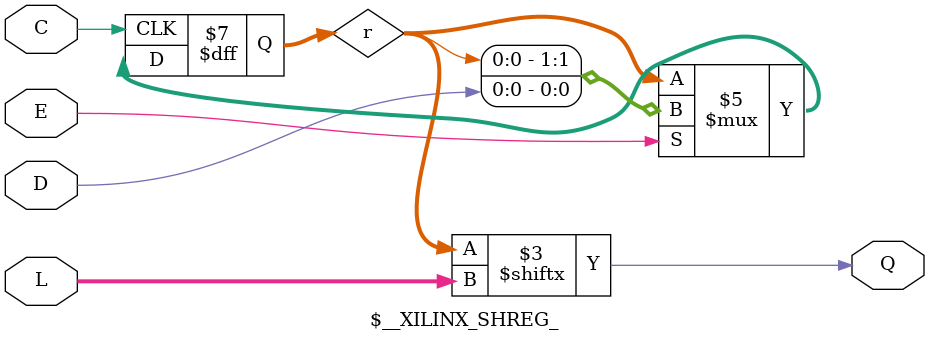
<source format=v>
module xilinx_srl_static_test(input i, clk, output [1:0] q);
reg head = 1'b0;
reg [3:0] shift1 = 4'b0000;
reg [3:0] shift2 = 4'b0000;

always @(posedge clk) begin
    head <= i;
    shift1 <= {shift1[2:0], head};
    shift2 <= {shift2[2:0], head};
end

assign q = {shift2[3], shift1[3]};
endmodule

module xilinx_srl_variable_test(input i, clk, input [1:0] l1, l2, output [1:0] q);
reg head = 1'b0;
reg [3:0] shift1 = 4'b0000;
reg [3:0] shift2 = 4'b0000;

always @(posedge clk) begin
    head <= i;
    shift1 <= {shift1[2:0], head};
    shift2 <= {shift2[2:0], head};
end

assign q = {shift2[l2], shift1[l1]};
endmodule

module \$__XILINX_SHREG_ (input C, D, E, input [1:0] L, output Q);
parameter CLKPOL = 1;
parameter ENPOL = 1;
parameter DEPTH = 2;
parameter [DEPTH-1:0] INIT = {DEPTH{1'b0}};
reg [DEPTH-1:0] r = INIT;
wire clk = C ^ CLKPOL;
always @(posedge C)
    if (E) 
        r <= { r[DEPTH-2:0], D };
assign Q = r[L];
endmodule

</source>
